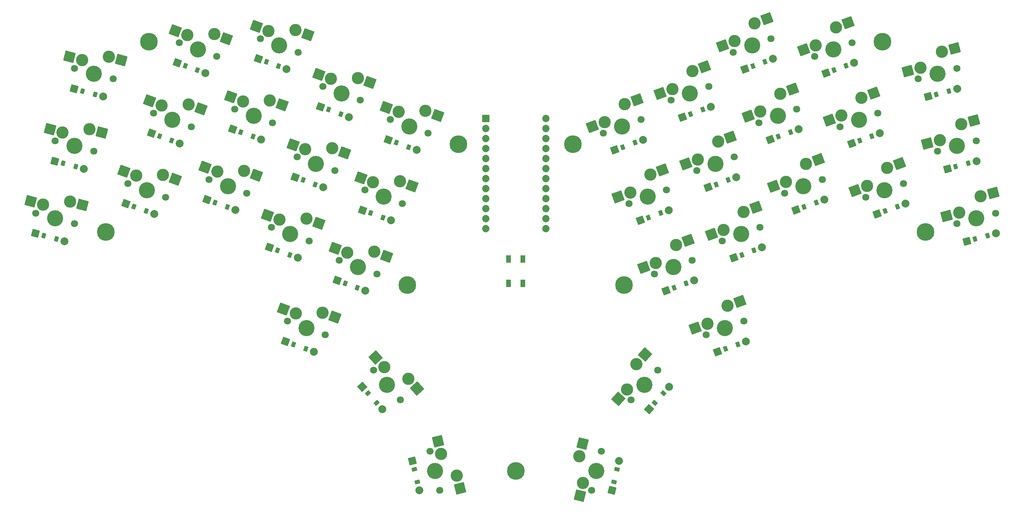
<source format=gbr>
%TF.GenerationSoftware,KiCad,Pcbnew,(6.0.10)*%
%TF.CreationDate,2024-09-29T17:33:22+02:00*%
%TF.ProjectId,blavinge,626c6176-696e-4676-952e-6b696361645f,v1.0.0*%
%TF.SameCoordinates,Original*%
%TF.FileFunction,Soldermask,Bot*%
%TF.FilePolarity,Negative*%
%FSLAX46Y46*%
G04 Gerber Fmt 4.6, Leading zero omitted, Abs format (unit mm)*
G04 Created by KiCad (PCBNEW (6.0.10)) date 2024-09-29 17:33:22*
%MOMM*%
%LPD*%
G01*
G04 APERTURE LIST*
G04 Aperture macros list*
%AMRoundRect*
0 Rectangle with rounded corners*
0 $1 Rounding radius*
0 $2 $3 $4 $5 $6 $7 $8 $9 X,Y pos of 4 corners*
0 Add a 4 corners polygon primitive as box body*
4,1,4,$2,$3,$4,$5,$6,$7,$8,$9,$2,$3,0*
0 Add four circle primitives for the rounded corners*
1,1,$1+$1,$2,$3*
1,1,$1+$1,$4,$5*
1,1,$1+$1,$6,$7*
1,1,$1+$1,$8,$9*
0 Add four rect primitives between the rounded corners*
20,1,$1+$1,$2,$3,$4,$5,0*
20,1,$1+$1,$4,$5,$6,$7,0*
20,1,$1+$1,$6,$7,$8,$9,0*
20,1,$1+$1,$8,$9,$2,$3,0*%
G04 Aperture macros list end*
%ADD10C,4.087800*%
%ADD11C,1.801800*%
%ADD12C,3.100000*%
%ADD13RoundRect,0.050000X-1.555079X-0.877413X0.908032X-1.537402X1.555079X0.877413X-0.908032X1.537402X0*%
%ADD14RoundRect,0.050000X-1.625633X-0.738540X0.770583X-1.610691X1.625633X0.738540X-0.770583X1.610691X0*%
%ADD15RoundRect,0.050000X-1.782073X0.111096X-0.075790X-1.783923X1.782073X-0.111096X0.075790X1.783923X0*%
%ADD16RoundRect,0.050000X-1.521320X0.934725X-0.904419X-1.539529X1.521320X-0.934725X0.904419X1.539529X0*%
%ADD17RoundRect,0.050000X-0.908032X-1.537402X1.555079X-0.877413X0.908032X1.537402X-1.555079X0.877413X0*%
%ADD18RoundRect,0.050000X-0.770583X-1.610691X1.625633X-0.738540X0.770583X1.610691X-1.625633X0.738540X0*%
%ADD19RoundRect,0.050000X0.075790X-1.783923X1.782073X0.111096X-0.075790X1.783923X-1.782073X-0.111096X0*%
%ADD20RoundRect,0.050000X0.904419X-1.539529X1.521320X0.934725X-0.904419X1.539529X-1.521320X-0.934725X0*%
%ADD21RoundRect,0.050000X-0.589958X-0.463087X0.279375X-0.696024X0.589958X0.463087X-0.279375X0.696024X0*%
%ADD22RoundRect,0.050000X-1.088798X-0.628618X0.628618X-1.088798X1.088798X0.628618X-0.628618X1.088798X0*%
%ADD23C,2.005000*%
%ADD24RoundRect,0.050000X-0.628074X-0.409907X0.217650X-0.717725X0.628074X0.409907X-0.217650X0.717725X0*%
%ADD25RoundRect,0.050000X-1.139443X-0.531331X0.531331X-1.139443X1.139443X0.531331X-0.531331X1.139443X0*%
%ADD26RoundRect,0.050000X-0.746996X-0.067063X-0.144778X-0.735894X0.746996X0.067063X0.144778X0.735894X0*%
%ADD27RoundRect,0.050000X-1.255513X0.065799X-0.065799X-1.255513X1.255513X-0.065799X0.065799X1.255513X0*%
%ADD28RoundRect,0.050000X-0.691042X0.291480X-0.473313X-0.581786X0.691042X-0.291480X0.473313X0.581786X0*%
%ADD29RoundRect,0.050000X-1.077661X0.647524X-0.647524X-1.077661X1.077661X-0.647524X0.647524X1.077661X0*%
%ADD30RoundRect,0.050000X-0.279375X-0.696024X0.589958X-0.463087X0.279375X0.696024X-0.589958X0.463087X0*%
%ADD31RoundRect,0.050000X-0.628618X-1.088798X1.088798X-0.628618X0.628618X1.088798X-1.088798X0.628618X0*%
%ADD32RoundRect,0.050000X-0.217650X-0.717725X0.628074X-0.409907X0.217650X0.717725X-0.628074X0.409907X0*%
%ADD33RoundRect,0.050000X-0.531331X-1.139443X1.139443X-0.531331X0.531331X1.139443X-1.139443X0.531331X0*%
%ADD34RoundRect,0.050000X0.144778X-0.735894X0.746996X-0.067063X-0.144778X0.735894X-0.746996X0.067063X0*%
%ADD35RoundRect,0.050000X0.065799X-1.255513X1.255513X0.065799X-0.065799X1.255513X-1.255513X-0.065799X0*%
%ADD36RoundRect,0.050000X0.473313X-0.581786X0.691042X0.291480X-0.473313X0.581786X-0.691042X-0.291480X0*%
%ADD37RoundRect,0.050000X0.647524X-1.077661X1.077661X0.647524X-0.647524X1.077661X-1.077661X-0.647524X0*%
%ADD38RoundRect,0.050000X-0.876300X0.876300X-0.876300X-0.876300X0.876300X-0.876300X0.876300X0.876300X0*%
%ADD39C,1.852600*%
%ADD40RoundRect,0.050000X0.550000X-0.900000X0.550000X0.900000X-0.550000X0.900000X-0.550000X-0.900000X0*%
%ADD41C,0.800000*%
%ADD42C,4.500000*%
G04 APERTURE END LIST*
D10*
%TO.C,S1*%
X48741270Y-134097372D03*
D11*
X53648173Y-135412173D03*
X43834367Y-132782571D03*
D12*
X52509522Y-129847869D03*
X45718493Y-130657820D03*
D13*
X42555086Y-129810187D03*
X55699009Y-130702490D03*
%TD*%
D10*
%TO.C,S2*%
X53658809Y-115744765D03*
D11*
X58565712Y-117059566D03*
X48751906Y-114429964D03*
D12*
X57427061Y-111495262D03*
X50636032Y-112305213D03*
D13*
X47472625Y-111457580D03*
X60616548Y-112349883D03*
%TD*%
D10*
%TO.C,S3*%
X58576364Y-97392180D03*
D11*
X63483267Y-98706981D03*
X53669461Y-96077379D03*
D12*
X62344616Y-93142677D03*
X55553587Y-93952628D03*
D13*
X52390180Y-93104995D03*
X65534103Y-93997298D03*
%TD*%
D10*
%TO.C,S4*%
X71983329Y-126988809D03*
D11*
X76756968Y-128726271D03*
X67209690Y-125251347D03*
D12*
X76107611Y-123083902D03*
X69271831Y-123298893D03*
D14*
X66194338Y-122178777D03*
X79210476Y-124213252D03*
%TD*%
D10*
%TO.C,S5*%
X78481719Y-109134644D03*
D11*
X83255358Y-110872106D03*
X73708080Y-107397182D03*
D12*
X82606001Y-105229737D03*
X75770221Y-105444728D03*
D14*
X72692728Y-104324612D03*
X85708866Y-106359087D03*
%TD*%
D10*
%TO.C,S6*%
X84980095Y-91280470D03*
D11*
X89753734Y-93017932D03*
X80206456Y-89543008D03*
D12*
X89104377Y-87375563D03*
X82268597Y-87590554D03*
D14*
X79191104Y-86470438D03*
X92207242Y-88504913D03*
%TD*%
D10*
%TO.C,S7*%
X92573653Y-125969658D03*
D11*
X97347292Y-127707120D03*
X87800014Y-124232196D03*
D12*
X96697935Y-122064751D03*
X89862155Y-122279742D03*
D14*
X86784662Y-121159626D03*
X99800800Y-123194101D03*
%TD*%
D10*
%TO.C,S8*%
X99072049Y-108115492D03*
D11*
X103845688Y-109852954D03*
X94298410Y-106378030D03*
D12*
X103196331Y-104210585D03*
X96360551Y-104425576D03*
D14*
X93283058Y-103305460D03*
X106299196Y-105339935D03*
%TD*%
D10*
%TO.C,S9*%
X105570427Y-90261335D03*
D11*
X110344066Y-91998797D03*
X100796788Y-88523873D03*
D12*
X109694709Y-86356428D03*
X102858929Y-86571419D03*
D14*
X99781436Y-85451303D03*
X112797574Y-87485778D03*
%TD*%
D10*
%TO.C,S10*%
X108375701Y-138106199D03*
D11*
X113149340Y-139843661D03*
X103602062Y-136368737D03*
D12*
X112499983Y-134201292D03*
X105664203Y-134416283D03*
D14*
X102586710Y-133296167D03*
X115602848Y-135330642D03*
%TD*%
D10*
%TO.C,S11*%
X114874088Y-120252030D03*
D11*
X119647727Y-121989492D03*
X110100449Y-118514568D03*
D12*
X118998370Y-116347123D03*
X112162590Y-116562114D03*
D14*
X109085097Y-115441998D03*
X122101235Y-117476473D03*
%TD*%
D10*
%TO.C,S12*%
X121372464Y-102397868D03*
D11*
X126146103Y-104135330D03*
X116598825Y-100660406D03*
D12*
X125496746Y-98492961D03*
X118660966Y-98707952D03*
D14*
X115583473Y-97587836D03*
X128599611Y-99622311D03*
%TD*%
D10*
%TO.C,S13*%
X125545820Y-146483964D03*
D11*
X130319459Y-148221426D03*
X120772181Y-144746502D03*
D12*
X129670102Y-142579057D03*
X122834322Y-142794048D03*
D14*
X119756829Y-141673932D03*
X132772967Y-143708407D03*
%TD*%
D10*
%TO.C,S14*%
X132044203Y-128629801D03*
D11*
X136817842Y-130367263D03*
X127270564Y-126892339D03*
D12*
X136168485Y-124724894D03*
X129332705Y-124939885D03*
D14*
X126255212Y-123819769D03*
X139271350Y-125854244D03*
%TD*%
D10*
%TO.C,S15*%
X138542578Y-110775636D03*
D11*
X143316217Y-112513098D03*
X133768939Y-109038174D03*
D12*
X142666860Y-106870729D03*
X135831080Y-107085720D03*
D14*
X132753587Y-105965604D03*
X145769725Y-108000079D03*
%TD*%
D10*
%TO.C,S16*%
X112469593Y-161943995D03*
D11*
X117243232Y-163681457D03*
X107695954Y-160206533D03*
D12*
X116593875Y-158039088D03*
X109758095Y-158254079D03*
D14*
X106680602Y-157133963D03*
X119696740Y-159168438D03*
%TD*%
D10*
%TO.C,S17*%
X132869069Y-176360185D03*
D11*
X136268252Y-180135361D03*
X129469886Y-172585009D03*
D12*
X138343836Y-174848589D03*
X132207269Y-171829211D03*
D15*
X130015867Y-169395412D03*
X140553306Y-177302454D03*
%TD*%
D16*
%TO.C,S18*%
X151416380Y-202594321D03*
X145824505Y-190665790D03*
D12*
X146616799Y-193843509D03*
X150617554Y-199390405D03*
D11*
X143845007Y-193225715D03*
X146302933Y-203083919D03*
D10*
X145073970Y-198154817D03*
%TD*%
%TO.C,S19*%
X282329360Y-134097359D03*
D11*
X287236263Y-132782558D03*
X277422457Y-135412160D03*
D12*
X283468011Y-128533055D03*
X277991782Y-132630008D03*
D17*
X274828375Y-133477640D03*
X286657498Y-127678435D03*
%TD*%
D10*
%TO.C,S20*%
X277411791Y-115744788D03*
D11*
X282318694Y-114429987D03*
X272504888Y-117059589D03*
D12*
X278550442Y-110180484D03*
X273074213Y-114277437D03*
D17*
X269910806Y-115125069D03*
X281739929Y-109325864D03*
%TD*%
D10*
%TO.C,S21*%
X272494210Y-97392191D03*
D11*
X277401113Y-96077390D03*
X267587307Y-98706992D03*
D12*
X273632861Y-91827887D03*
X268156632Y-95924840D03*
D17*
X264993225Y-96772472D03*
X276822348Y-90973267D03*
%TD*%
D10*
%TO.C,S22*%
X259087286Y-126988812D03*
D11*
X263860925Y-125251350D03*
X254313647Y-128726274D03*
D12*
X259736643Y-121346442D03*
X254638326Y-125905089D03*
D18*
X251560833Y-127025205D03*
X262839508Y-120217092D03*
%TD*%
D10*
%TO.C,S23*%
X252588903Y-109134652D03*
D11*
X257362542Y-107397190D03*
X247815264Y-110872114D03*
D12*
X253238260Y-103492282D03*
X248139943Y-108050929D03*
D18*
X245062450Y-109171045D03*
X256341125Y-102362932D03*
%TD*%
D10*
%TO.C,S24*%
X246090510Y-91280494D03*
D11*
X250864149Y-89543032D03*
X241316871Y-93017956D03*
D12*
X246739867Y-85638124D03*
X241641550Y-90196771D03*
D18*
X238564057Y-91316887D03*
X249842732Y-84508774D03*
%TD*%
D10*
%TO.C,S25*%
X238496960Y-125969665D03*
D11*
X243270599Y-124232203D03*
X233723321Y-127707127D03*
D12*
X239146317Y-120327295D03*
X234048000Y-124885942D03*
D18*
X230970507Y-126006058D03*
X242249182Y-119197945D03*
%TD*%
D10*
%TO.C,S26*%
X231998579Y-108115493D03*
D11*
X236772218Y-106378031D03*
X227224940Y-109852955D03*
D12*
X232647936Y-102473123D03*
X227549619Y-107031770D03*
D18*
X224472126Y-108151886D03*
X235750801Y-101343773D03*
%TD*%
D10*
%TO.C,S27*%
X225500189Y-90261338D03*
D11*
X230273828Y-88523876D03*
X220726550Y-91998800D03*
D12*
X226149546Y-84618968D03*
X221051229Y-89177615D03*
D18*
X217973736Y-90297731D03*
X229252411Y-83489618D03*
%TD*%
D10*
%TO.C,S28*%
X222694934Y-138106188D03*
D11*
X227468573Y-136368726D03*
X217921295Y-139843650D03*
D12*
X223344291Y-132463818D03*
X218245974Y-137022465D03*
D18*
X215168481Y-138142581D03*
X226447156Y-131334468D03*
%TD*%
D10*
%TO.C,S29*%
X216196548Y-120252019D03*
D11*
X220970187Y-118514557D03*
X211422909Y-121989481D03*
D12*
X216845905Y-114609649D03*
X211747588Y-119168296D03*
D18*
X208670095Y-120288412D03*
X219948770Y-113480299D03*
%TD*%
D10*
%TO.C,S30*%
X209698160Y-102397874D03*
D11*
X214471799Y-100660412D03*
X204924521Y-104135336D03*
D12*
X210347517Y-96755504D03*
X205249200Y-101314151D03*
D18*
X202171707Y-102434267D03*
X213450382Y-95626154D03*
%TD*%
D10*
%TO.C,S31*%
X205524794Y-146483957D03*
D11*
X210298433Y-144746495D03*
X200751155Y-148221419D03*
D12*
X206174151Y-140841587D03*
X201075834Y-145400234D03*
D18*
X197998341Y-146520350D03*
X209277016Y-139712237D03*
%TD*%
D10*
%TO.C,S32*%
X199026424Y-128629794D03*
D11*
X203800063Y-126892332D03*
X194252785Y-130367256D03*
D12*
X199675781Y-122987424D03*
X194577464Y-127546071D03*
D18*
X191499971Y-128666187D03*
X202778646Y-121858074D03*
%TD*%
D10*
%TO.C,S33*%
X192528027Y-110775626D03*
D11*
X197301666Y-109038164D03*
X187754388Y-112513088D03*
D12*
X193177384Y-105133256D03*
X188079067Y-109691903D03*
D18*
X185001574Y-110812019D03*
X196280249Y-104003906D03*
%TD*%
D10*
%TO.C,S34*%
X218601026Y-161943980D03*
D11*
X223374665Y-160206518D03*
X213827387Y-163681442D03*
D12*
X219250383Y-156301610D03*
X214152066Y-160860257D03*
D18*
X211074573Y-161980373D03*
X222353248Y-155172260D03*
%TD*%
D10*
%TO.C,S35*%
X198201554Y-176360184D03*
D11*
X201600737Y-172585008D03*
X194802371Y-180135360D03*
D12*
X196125970Y-171073413D03*
X193764579Y-177491974D03*
D19*
X191573176Y-179925773D03*
X198335439Y-168619548D03*
%TD*%
D10*
%TO.C,S36*%
X185996652Y-198154817D03*
D11*
X187225615Y-193225715D03*
X184767689Y-203083919D03*
D12*
X181682031Y-194461303D03*
X182610378Y-201237162D03*
D20*
X181818084Y-204414881D03*
X182480857Y-191257386D03*
%TD*%
D21*
%TO.C,D1*%
X49040934Y-139354039D03*
X45853378Y-138499937D03*
D22*
X43766979Y-137940887D03*
D23*
X51127333Y-139913089D03*
%TD*%
D21*
%TO.C,D2*%
X53958502Y-121001453D03*
X50770946Y-120147351D03*
D22*
X48684547Y-119588301D03*
D23*
X56044901Y-121560503D03*
%TD*%
D21*
%TO.C,D3*%
X58876059Y-102648866D03*
X55688503Y-101794764D03*
D22*
X53602104Y-101235714D03*
D23*
X60962458Y-103207916D03*
%TD*%
D24*
%TO.C,D4*%
X71823733Y-132251591D03*
X68722747Y-131122925D03*
D25*
X66693011Y-130384161D03*
D23*
X73853469Y-132990355D03*
%TD*%
D24*
%TO.C,D5*%
X78322110Y-114397438D03*
X75221124Y-113268772D03*
D25*
X73191388Y-112530008D03*
D23*
X80351846Y-115136202D03*
%TD*%
D24*
%TO.C,D6*%
X84820499Y-96543273D03*
X81719513Y-95414607D03*
D25*
X79689777Y-94675843D03*
D23*
X86850235Y-97282037D03*
%TD*%
D24*
%TO.C,D7*%
X92414047Y-131232439D03*
X89313061Y-130103773D03*
D25*
X87283325Y-129365009D03*
D23*
X94443783Y-131971203D03*
%TD*%
D24*
%TO.C,D8*%
X98912431Y-113378269D03*
X95811445Y-112249603D03*
D25*
X93781709Y-111510839D03*
D23*
X100942167Y-114117033D03*
%TD*%
D24*
%TO.C,D9*%
X105410817Y-95524124D03*
X102309831Y-94395458D03*
D25*
X100280095Y-93656694D03*
D23*
X107440553Y-96262888D03*
%TD*%
D24*
%TO.C,D10*%
X108216077Y-143368982D03*
X105115091Y-142240316D03*
D25*
X103085355Y-141501552D03*
D23*
X110245813Y-144107746D03*
%TD*%
D24*
%TO.C,D11*%
X114714466Y-125514818D03*
X111613480Y-124386152D03*
D25*
X109583744Y-123647388D03*
D23*
X116744202Y-126253582D03*
%TD*%
D24*
%TO.C,D12*%
X121212849Y-107660658D03*
X118111863Y-106531992D03*
D25*
X116082127Y-105793228D03*
D23*
X123242585Y-108399422D03*
%TD*%
D24*
%TO.C,D13*%
X125386199Y-151746762D03*
X122285213Y-150618096D03*
D25*
X120255477Y-149879332D03*
D23*
X127415935Y-152485526D03*
%TD*%
D24*
%TO.C,D14*%
X131884596Y-133892591D03*
X128783610Y-132763925D03*
D25*
X126753874Y-132025161D03*
D23*
X133914332Y-134631355D03*
%TD*%
D24*
%TO.C,D15*%
X138382960Y-116038433D03*
X135281974Y-114909767D03*
D25*
X133252238Y-114171003D03*
D23*
X140412696Y-116777197D03*
%TD*%
D24*
%TO.C,D16*%
X112309973Y-167206784D03*
X109208987Y-166078118D03*
D25*
X107179251Y-165339354D03*
D23*
X114339709Y-167945548D03*
%TD*%
D26*
%TO.C,D17*%
X130257419Y-180932027D03*
X128049287Y-178479649D03*
D27*
X126603965Y-176874456D03*
D23*
X131702741Y-182537220D03*
%TD*%
D28*
%TO.C,D18*%
X140621658Y-200965409D03*
X139823316Y-197763433D03*
D29*
X139300765Y-195667594D03*
D23*
X141144209Y-203061248D03*
%TD*%
D30*
%TO.C,D19*%
X285217241Y-138499935D03*
X282029685Y-139354037D03*
D31*
X279943286Y-139913087D03*
D23*
X287303640Y-137940885D03*
%TD*%
D30*
%TO.C,D20*%
X280299679Y-120147353D03*
X277112123Y-121001455D03*
D31*
X275025724Y-121560505D03*
D23*
X282386078Y-119588303D03*
%TD*%
D30*
%TO.C,D21*%
X275382096Y-101794765D03*
X272194540Y-102648867D03*
D31*
X270108141Y-103207917D03*
D23*
X277468495Y-101235715D03*
%TD*%
D32*
%TO.C,D22*%
X262347872Y-131122951D03*
X259246886Y-132251617D03*
D33*
X257217150Y-132990381D03*
D23*
X264377608Y-130384187D03*
%TD*%
D32*
%TO.C,D23*%
X255849492Y-113268775D03*
X252748506Y-114397441D03*
D33*
X250718770Y-115136205D03*
D23*
X257879228Y-112530011D03*
%TD*%
D32*
%TO.C,D24*%
X249351104Y-95414624D03*
X246250118Y-96543290D03*
D33*
X244220382Y-97282054D03*
D23*
X251380840Y-94675860D03*
%TD*%
D32*
%TO.C,D25*%
X241757541Y-130103786D03*
X238656555Y-131232452D03*
D33*
X236626819Y-131971216D03*
D23*
X243787277Y-129365022D03*
%TD*%
D32*
%TO.C,D26*%
X235259160Y-112249614D03*
X232158174Y-113378280D03*
D33*
X230128438Y-114117044D03*
D23*
X237288896Y-111510850D03*
%TD*%
D32*
%TO.C,D27*%
X228760797Y-94395460D03*
X225659811Y-95524126D03*
D33*
X223630075Y-96262890D03*
D23*
X230790533Y-93656696D03*
%TD*%
D32*
%TO.C,D28*%
X225955514Y-142240317D03*
X222854528Y-143368983D03*
D33*
X220824792Y-144107747D03*
D23*
X227985250Y-141501553D03*
%TD*%
D32*
%TO.C,D29*%
X219457126Y-124386161D03*
X216356140Y-125514827D03*
D33*
X214326404Y-126253591D03*
D23*
X221486862Y-123647397D03*
%TD*%
D32*
%TO.C,D30*%
X212958757Y-106531992D03*
X209857771Y-107660658D03*
D33*
X207828035Y-108399422D03*
D23*
X214988493Y-105793228D03*
%TD*%
D32*
%TO.C,D31*%
X208785401Y-150618072D03*
X205684415Y-151746738D03*
D33*
X203654679Y-152485502D03*
D23*
X210815137Y-149879308D03*
%TD*%
D32*
%TO.C,D32*%
X202287006Y-132763932D03*
X199186020Y-133892598D03*
D33*
X197156284Y-134631362D03*
D23*
X204316742Y-132025168D03*
%TD*%
D32*
%TO.C,D33*%
X195788625Y-114909767D03*
X192687639Y-116038433D03*
D33*
X190657903Y-116777197D03*
D23*
X197818361Y-114171003D03*
%TD*%
D32*
%TO.C,D34*%
X221861638Y-166078111D03*
X218760652Y-167206777D03*
D33*
X216730916Y-167945541D03*
D23*
X223891374Y-165339347D03*
%TD*%
D34*
%TO.C,D35*%
X203021336Y-178479640D03*
X200813204Y-180932018D03*
D35*
X199367882Y-182537211D03*
D23*
X204466658Y-176874447D03*
%TD*%
D36*
%TO.C,D36*%
X191247303Y-197763439D03*
X190448961Y-200965415D03*
D37*
X189926410Y-203061254D03*
D23*
X191769854Y-195667600D03*
%TD*%
D38*
%TO.C,MCU1*%
X157915311Y-108805644D03*
D39*
X157915311Y-111345644D03*
X157915311Y-113885644D03*
X157915311Y-116425644D03*
X157915311Y-118965644D03*
X157915311Y-121505644D03*
X157915311Y-124045644D03*
X157915311Y-126585644D03*
X157915311Y-129125644D03*
X157915311Y-131665644D03*
X157915311Y-134205644D03*
X157915311Y-136745644D03*
X173155311Y-108805644D03*
X173155311Y-111345644D03*
X173155311Y-113885644D03*
X173155311Y-116425644D03*
X173155311Y-118965644D03*
X173155311Y-121505644D03*
X173155311Y-124045644D03*
X173155311Y-126585644D03*
X173155311Y-129125644D03*
X173155311Y-131665644D03*
X173155311Y-134205644D03*
X173155311Y-136745644D03*
%TD*%
D40*
%TO.C,B1*%
X167385303Y-150583953D03*
X167385303Y-144383953D03*
X163685303Y-150583953D03*
X163685303Y-144383953D03*
%TD*%
D41*
%TO.C,_1*%
X73363461Y-90760097D03*
D42*
X72538461Y-89331155D03*
D41*
X72111410Y-90924933D03*
X73967403Y-88506155D03*
X70944683Y-88904104D03*
X71713461Y-87902213D03*
X71109519Y-90156155D03*
X74132239Y-89758206D03*
X72965512Y-87737377D03*
%TD*%
%TO.C,_2*%
X259961085Y-90156161D03*
D42*
X258532143Y-89331161D03*
D41*
X258959194Y-90924939D03*
X259357143Y-87902219D03*
X256938365Y-89758212D03*
X257103201Y-88506161D03*
X257707143Y-90760103D03*
X260125921Y-88904110D03*
X258105092Y-87737383D03*
%TD*%
%TO.C,_3*%
X62413071Y-138968616D03*
D42*
X61588071Y-137539674D03*
D41*
X61161020Y-139133452D03*
X63017013Y-136714674D03*
X59994293Y-137112623D03*
X60763071Y-136110732D03*
X60159129Y-138364674D03*
X63181849Y-137966725D03*
X62015122Y-135945896D03*
%TD*%
%TO.C,_4*%
X270911492Y-138364657D03*
D42*
X269482550Y-137539657D03*
D41*
X269909601Y-139133435D03*
X270307550Y-136110715D03*
X267888772Y-137966708D03*
X268053608Y-136714657D03*
X268657550Y-138968599D03*
X271076328Y-137112606D03*
X269055499Y-135945879D03*
%TD*%
%TO.C,_5*%
X151737802Y-116819905D03*
D42*
X151040482Y-115324497D03*
D41*
X150476149Y-116874990D03*
X152535890Y-114627177D03*
X149489989Y-114760164D03*
X150343162Y-113829089D03*
X149545074Y-116021817D03*
X152590975Y-115888830D03*
X151604815Y-113774004D03*
%TD*%
%TO.C,_6*%
X181525540Y-116021810D03*
D42*
X180030132Y-115324490D03*
D41*
X180594465Y-116874983D03*
X180727452Y-113829082D03*
X178479639Y-115888823D03*
X178534724Y-114627170D03*
X179332812Y-116819898D03*
X181580625Y-114760157D03*
X179465799Y-113773997D03*
%TD*%
%TO.C,_7*%
X138741052Y-152528246D03*
D42*
X138043732Y-151032838D03*
D41*
X137479399Y-152583331D03*
X139539140Y-150335518D03*
X136493239Y-150468505D03*
X137346412Y-149537430D03*
X136548324Y-151730158D03*
X139594225Y-151597171D03*
X138608065Y-149482345D03*
%TD*%
%TO.C,_8*%
X194522296Y-151730138D03*
D42*
X193026888Y-151032818D03*
D41*
X193591221Y-152583311D03*
X193724208Y-149537410D03*
X191476395Y-151597151D03*
X191531480Y-150335498D03*
X192329568Y-152528226D03*
X194577381Y-150468485D03*
X192462555Y-149482325D03*
%TD*%
%TO.C,_9*%
X166702034Y-199321539D03*
D42*
X165535308Y-198154813D03*
D41*
X165535308Y-199804813D03*
X166702034Y-196988087D03*
X163885308Y-198154813D03*
X164368582Y-196988087D03*
X164368582Y-199321539D03*
X167185308Y-198154813D03*
X165535308Y-196504813D03*
%TD*%
M02*

</source>
